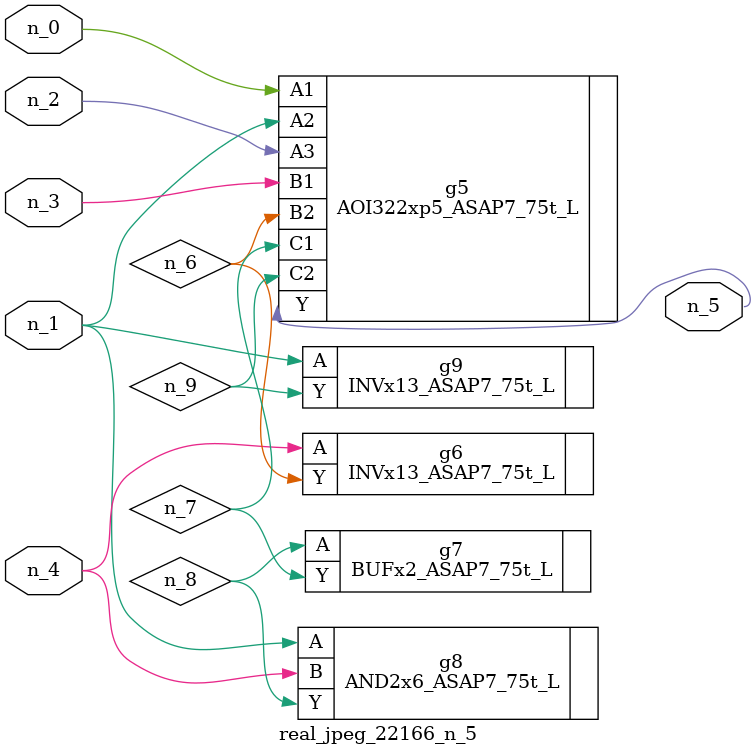
<source format=v>
module real_jpeg_22166_n_5 (n_4, n_0, n_1, n_2, n_3, n_5);

input n_4;
input n_0;
input n_1;
input n_2;
input n_3;

output n_5;

wire n_8;
wire n_6;
wire n_7;
wire n_9;

AOI322xp5_ASAP7_75t_L g5 ( 
.A1(n_0),
.A2(n_1),
.A3(n_2),
.B1(n_3),
.B2(n_6),
.C1(n_7),
.C2(n_9),
.Y(n_5)
);

AND2x6_ASAP7_75t_L g8 ( 
.A(n_1),
.B(n_4),
.Y(n_8)
);

INVx13_ASAP7_75t_L g9 ( 
.A(n_1),
.Y(n_9)
);

INVx13_ASAP7_75t_L g6 ( 
.A(n_4),
.Y(n_6)
);

BUFx2_ASAP7_75t_L g7 ( 
.A(n_8),
.Y(n_7)
);


endmodule
</source>
